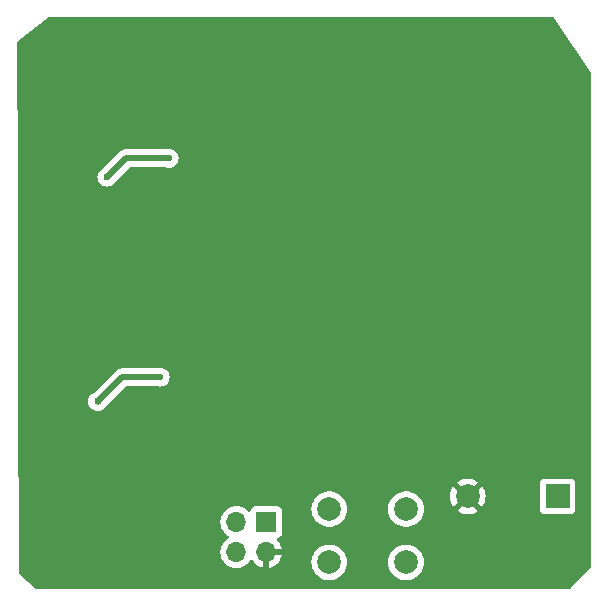
<source format=gbr>
%TF.GenerationSoftware,KiCad,Pcbnew,8.0.1*%
%TF.CreationDate,2024-04-22T22:36:18-04:00*%
%TF.ProjectId,analogBirdSAO,616e616c-6f67-4426-9972-6453414f2e6b,rev?*%
%TF.SameCoordinates,Original*%
%TF.FileFunction,Copper,L2,Bot*%
%TF.FilePolarity,Positive*%
%FSLAX46Y46*%
G04 Gerber Fmt 4.6, Leading zero omitted, Abs format (unit mm)*
G04 Created by KiCad (PCBNEW 8.0.1) date 2024-04-22 22:36:18*
%MOMM*%
%LPD*%
G01*
G04 APERTURE LIST*
%TA.AperFunction,ComponentPad*%
%ADD10R,1.700000X1.700000*%
%TD*%
%TA.AperFunction,ComponentPad*%
%ADD11O,1.700000X1.700000*%
%TD*%
%TA.AperFunction,ComponentPad*%
%ADD12C,2.000000*%
%TD*%
%TA.AperFunction,ComponentPad*%
%ADD13R,2.000000X2.000000*%
%TD*%
%TA.AperFunction,ViaPad*%
%ADD14C,0.600000*%
%TD*%
%TA.AperFunction,Conductor*%
%ADD15C,0.500000*%
%TD*%
G04 APERTURE END LIST*
D10*
%TO.P,J1,1,Pin_1*%
%TO.N,+3.3V*%
X87975000Y-115160000D03*
D11*
%TO.P,J1,2,Pin_2*%
%TO.N,GND*%
X87975000Y-117700000D03*
%TO.P,J1,3,Pin_3*%
%TO.N,unconnected-(J1-Pin_3-Pad3)*%
X85435000Y-115160000D03*
%TO.P,J1,4,Pin_4*%
%TO.N,unconnected-(J1-Pin_4-Pad4)*%
X85435000Y-117700000D03*
%TD*%
D12*
%TO.P,SW1,1,1*%
%TO.N,+3.3V*%
X93300000Y-118575000D03*
X99800000Y-118575000D03*
%TO.P,SW1,2,2*%
%TO.N,Net-(R1-Pad1)*%
X93300000Y-114075000D03*
X99800000Y-114075000D03*
%TD*%
D13*
%TO.P,BZ1,1,+*%
%TO.N,hi_freq*%
X112625000Y-113000000D03*
D12*
%TO.P,BZ1,2,-*%
%TO.N,GND*%
X105025000Y-113000000D03*
%TD*%
D14*
%TO.N,GND*%
X71900000Y-108800000D03*
X72481250Y-89412500D03*
X83475000Y-108950000D03*
X82481250Y-89512500D03*
X99850000Y-96200000D03*
X103375000Y-98650000D03*
%TO.N,Net-(Q1-B)*%
X74481250Y-85962500D03*
X79731250Y-84362500D03*
%TO.N,Net-(Q2-B)*%
X73700000Y-104950000D03*
X78975000Y-102900000D03*
%TD*%
D15*
%TO.N,Net-(Q1-B)*%
X74481250Y-85962500D02*
X74531250Y-85912500D01*
X79731250Y-84362500D02*
X76081250Y-84362500D01*
X76081250Y-84362500D02*
X74481250Y-85962500D01*
%TO.N,Net-(Q2-B)*%
X73725000Y-104950000D02*
X73700000Y-104950000D01*
X73700000Y-104950000D02*
X73700000Y-104975000D01*
X78975000Y-102900000D02*
X75775000Y-102900000D01*
X73700000Y-104975000D02*
X73800000Y-104875000D01*
X75775000Y-102900000D02*
X73725000Y-104950000D01*
%TD*%
%TA.AperFunction,Conductor*%
%TO.N,GND*%
G36*
X112300676Y-72419685D02*
G01*
X112336811Y-72455217D01*
X115479174Y-77168761D01*
X115499982Y-77235460D01*
X115500000Y-77237544D01*
X115500000Y-118850589D01*
X115480315Y-118917628D01*
X115466018Y-118935869D01*
X113736682Y-120761280D01*
X113676286Y-120796410D01*
X113646664Y-120800000D01*
X68448234Y-120800000D01*
X68381195Y-120780315D01*
X68364444Y-120767407D01*
X67211060Y-119710138D01*
X67191676Y-119687514D01*
X67066521Y-119499782D01*
X67020741Y-119431112D01*
X66999934Y-119364415D01*
X66999916Y-119362700D01*
X66996213Y-117700000D01*
X84079341Y-117700000D01*
X84099936Y-117935403D01*
X84099938Y-117935413D01*
X84161094Y-118163655D01*
X84161096Y-118163659D01*
X84161097Y-118163663D01*
X84244155Y-118341781D01*
X84260965Y-118377830D01*
X84260967Y-118377834D01*
X84369281Y-118532521D01*
X84396505Y-118571401D01*
X84563599Y-118738495D01*
X84660384Y-118806265D01*
X84757165Y-118874032D01*
X84757167Y-118874033D01*
X84757170Y-118874035D01*
X84971337Y-118973903D01*
X85199592Y-119035063D01*
X85387918Y-119051539D01*
X85434999Y-119055659D01*
X85435000Y-119055659D01*
X85435001Y-119055659D01*
X85474234Y-119052226D01*
X85670408Y-119035063D01*
X85898663Y-118973903D01*
X86112830Y-118874035D01*
X86306401Y-118738495D01*
X86473495Y-118571401D01*
X86603730Y-118385405D01*
X86658307Y-118341781D01*
X86727805Y-118334587D01*
X86790160Y-118366110D01*
X86806879Y-118385405D01*
X86936890Y-118571078D01*
X87103917Y-118738105D01*
X87297421Y-118873600D01*
X87511507Y-118973429D01*
X87511516Y-118973433D01*
X87725000Y-119030634D01*
X87725000Y-118133012D01*
X87782007Y-118165925D01*
X87909174Y-118200000D01*
X88040826Y-118200000D01*
X88167993Y-118165925D01*
X88225000Y-118133012D01*
X88225000Y-119030633D01*
X88438483Y-118973433D01*
X88438492Y-118973429D01*
X88652578Y-118873600D01*
X88846082Y-118738105D01*
X89009182Y-118575005D01*
X91794357Y-118575005D01*
X91814890Y-118822812D01*
X91814892Y-118822824D01*
X91875936Y-119063881D01*
X91975826Y-119291606D01*
X92111833Y-119499782D01*
X92111836Y-119499785D01*
X92280256Y-119682738D01*
X92476491Y-119835474D01*
X92695190Y-119953828D01*
X92930386Y-120034571D01*
X93175665Y-120075500D01*
X93424335Y-120075500D01*
X93669614Y-120034571D01*
X93904810Y-119953828D01*
X94123509Y-119835474D01*
X94319744Y-119682738D01*
X94488164Y-119499785D01*
X94624173Y-119291607D01*
X94724063Y-119063881D01*
X94785108Y-118822821D01*
X94785109Y-118822812D01*
X94805643Y-118575005D01*
X98294357Y-118575005D01*
X98314890Y-118822812D01*
X98314892Y-118822824D01*
X98375936Y-119063881D01*
X98475826Y-119291606D01*
X98611833Y-119499782D01*
X98611836Y-119499785D01*
X98780256Y-119682738D01*
X98976491Y-119835474D01*
X99195190Y-119953828D01*
X99430386Y-120034571D01*
X99675665Y-120075500D01*
X99924335Y-120075500D01*
X100169614Y-120034571D01*
X100404810Y-119953828D01*
X100623509Y-119835474D01*
X100819744Y-119682738D01*
X100988164Y-119499785D01*
X101124173Y-119291607D01*
X101224063Y-119063881D01*
X101285108Y-118822821D01*
X101285109Y-118822812D01*
X101305643Y-118575005D01*
X101305643Y-118574994D01*
X101285109Y-118327187D01*
X101285107Y-118327175D01*
X101224063Y-118086118D01*
X101124173Y-117858393D01*
X100988166Y-117650217D01*
X100918003Y-117574000D01*
X100819744Y-117467262D01*
X100623509Y-117314526D01*
X100623507Y-117314525D01*
X100623506Y-117314524D01*
X100404811Y-117196172D01*
X100404802Y-117196169D01*
X100169616Y-117115429D01*
X99924335Y-117074500D01*
X99675665Y-117074500D01*
X99430383Y-117115429D01*
X99195197Y-117196169D01*
X99195188Y-117196172D01*
X98976493Y-117314524D01*
X98780257Y-117467261D01*
X98611833Y-117650217D01*
X98475826Y-117858393D01*
X98375936Y-118086118D01*
X98314892Y-118327175D01*
X98314890Y-118327187D01*
X98294357Y-118574994D01*
X98294357Y-118575005D01*
X94805643Y-118575005D01*
X94805643Y-118574994D01*
X94785109Y-118327187D01*
X94785107Y-118327175D01*
X94724063Y-118086118D01*
X94624173Y-117858393D01*
X94488166Y-117650217D01*
X94418003Y-117574000D01*
X94319744Y-117467262D01*
X94123509Y-117314526D01*
X94123507Y-117314525D01*
X94123506Y-117314524D01*
X93904811Y-117196172D01*
X93904802Y-117196169D01*
X93669616Y-117115429D01*
X93424335Y-117074500D01*
X93175665Y-117074500D01*
X92930383Y-117115429D01*
X92695197Y-117196169D01*
X92695188Y-117196172D01*
X92476493Y-117314524D01*
X92280257Y-117467261D01*
X92111833Y-117650217D01*
X91975826Y-117858393D01*
X91875936Y-118086118D01*
X91814892Y-118327175D01*
X91814890Y-118327187D01*
X91794357Y-118574994D01*
X91794357Y-118575005D01*
X89009182Y-118575005D01*
X89013105Y-118571082D01*
X89148600Y-118377578D01*
X89248429Y-118163492D01*
X89248432Y-118163486D01*
X89305636Y-117950000D01*
X88408012Y-117950000D01*
X88440925Y-117892993D01*
X88475000Y-117765826D01*
X88475000Y-117634174D01*
X88440925Y-117507007D01*
X88408012Y-117450000D01*
X89305636Y-117450000D01*
X89305635Y-117449999D01*
X89248432Y-117236513D01*
X89248429Y-117236507D01*
X89148600Y-117022422D01*
X89148599Y-117022420D01*
X89013113Y-116828926D01*
X89013108Y-116828920D01*
X88891053Y-116706865D01*
X88857568Y-116645542D01*
X88862552Y-116575850D01*
X88904424Y-116519917D01*
X88935400Y-116503002D01*
X89067331Y-116453796D01*
X89182546Y-116367546D01*
X89268796Y-116252331D01*
X89319091Y-116117483D01*
X89325500Y-116057873D01*
X89325499Y-114262128D01*
X89319091Y-114202517D01*
X89317810Y-114199083D01*
X89271532Y-114075005D01*
X91794357Y-114075005D01*
X91814890Y-114322812D01*
X91814892Y-114322824D01*
X91875936Y-114563881D01*
X91975826Y-114791606D01*
X92111833Y-114999782D01*
X92111836Y-114999785D01*
X92280256Y-115182738D01*
X92476491Y-115335474D01*
X92695190Y-115453828D01*
X92930386Y-115534571D01*
X93175665Y-115575500D01*
X93424335Y-115575500D01*
X93669614Y-115534571D01*
X93904810Y-115453828D01*
X94123509Y-115335474D01*
X94319744Y-115182738D01*
X94488164Y-114999785D01*
X94624173Y-114791607D01*
X94724063Y-114563881D01*
X94785108Y-114322821D01*
X94787944Y-114288597D01*
X94805643Y-114075005D01*
X98294357Y-114075005D01*
X98314890Y-114322812D01*
X98314892Y-114322824D01*
X98375936Y-114563881D01*
X98475826Y-114791606D01*
X98611833Y-114999782D01*
X98611836Y-114999785D01*
X98780256Y-115182738D01*
X98976491Y-115335474D01*
X99195190Y-115453828D01*
X99430386Y-115534571D01*
X99675665Y-115575500D01*
X99924335Y-115575500D01*
X100169614Y-115534571D01*
X100404810Y-115453828D01*
X100623509Y-115335474D01*
X100819744Y-115182738D01*
X100988164Y-114999785D01*
X101124173Y-114791607D01*
X101224063Y-114563881D01*
X101285108Y-114322821D01*
X101287944Y-114288597D01*
X101305643Y-114075005D01*
X101305643Y-114074994D01*
X101285109Y-113827187D01*
X101285107Y-113827175D01*
X101224063Y-113586118D01*
X101124173Y-113358393D01*
X100988166Y-113150217D01*
X100910478Y-113065826D01*
X100849886Y-113000005D01*
X103519859Y-113000005D01*
X103540385Y-113247729D01*
X103540387Y-113247738D01*
X103601412Y-113488717D01*
X103701266Y-113716364D01*
X103801564Y-113869882D01*
X104542037Y-113129409D01*
X104559075Y-113192993D01*
X104624901Y-113307007D01*
X104717993Y-113400099D01*
X104832007Y-113465925D01*
X104895590Y-113482962D01*
X104154942Y-114223609D01*
X104201768Y-114260055D01*
X104201770Y-114260056D01*
X104420385Y-114378364D01*
X104420396Y-114378369D01*
X104655506Y-114459083D01*
X104900707Y-114500000D01*
X105149293Y-114500000D01*
X105394493Y-114459083D01*
X105629603Y-114378369D01*
X105629614Y-114378364D01*
X105848228Y-114260057D01*
X105848231Y-114260055D01*
X105895056Y-114223609D01*
X105719317Y-114047870D01*
X111124500Y-114047870D01*
X111124501Y-114047876D01*
X111130908Y-114107483D01*
X111181202Y-114242328D01*
X111181206Y-114242335D01*
X111267452Y-114357544D01*
X111267455Y-114357547D01*
X111382664Y-114443793D01*
X111382671Y-114443797D01*
X111517517Y-114494091D01*
X111517516Y-114494091D01*
X111524444Y-114494835D01*
X111577127Y-114500500D01*
X113672872Y-114500499D01*
X113732483Y-114494091D01*
X113867331Y-114443796D01*
X113982546Y-114357546D01*
X114068796Y-114242331D01*
X114119091Y-114107483D01*
X114125500Y-114047873D01*
X114125499Y-111952128D01*
X114119091Y-111892517D01*
X114075778Y-111776390D01*
X114068797Y-111757671D01*
X114068793Y-111757664D01*
X113982547Y-111642455D01*
X113982544Y-111642452D01*
X113867335Y-111556206D01*
X113867328Y-111556202D01*
X113732482Y-111505908D01*
X113732483Y-111505908D01*
X113672883Y-111499501D01*
X113672881Y-111499500D01*
X113672873Y-111499500D01*
X113672864Y-111499500D01*
X111577129Y-111499500D01*
X111577123Y-111499501D01*
X111517516Y-111505908D01*
X111382671Y-111556202D01*
X111382664Y-111556206D01*
X111267455Y-111642452D01*
X111267452Y-111642455D01*
X111181206Y-111757664D01*
X111181202Y-111757671D01*
X111130908Y-111892517D01*
X111124501Y-111952116D01*
X111124501Y-111952123D01*
X111124500Y-111952135D01*
X111124500Y-114047870D01*
X105719317Y-114047870D01*
X105154409Y-113482962D01*
X105217993Y-113465925D01*
X105332007Y-113400099D01*
X105425099Y-113307007D01*
X105490925Y-113192993D01*
X105507962Y-113129410D01*
X106248434Y-113869882D01*
X106348731Y-113716369D01*
X106448587Y-113488717D01*
X106509612Y-113247738D01*
X106509614Y-113247729D01*
X106530141Y-113000005D01*
X106530141Y-112999994D01*
X106509614Y-112752270D01*
X106509612Y-112752261D01*
X106448587Y-112511282D01*
X106348731Y-112283630D01*
X106248434Y-112130116D01*
X105507962Y-112870589D01*
X105490925Y-112807007D01*
X105425099Y-112692993D01*
X105332007Y-112599901D01*
X105217993Y-112534075D01*
X105154410Y-112517037D01*
X105895057Y-111776390D01*
X105895056Y-111776389D01*
X105848229Y-111739943D01*
X105629614Y-111621635D01*
X105629603Y-111621630D01*
X105394493Y-111540916D01*
X105149293Y-111500000D01*
X104900707Y-111500000D01*
X104655506Y-111540916D01*
X104420396Y-111621630D01*
X104420390Y-111621632D01*
X104201761Y-111739949D01*
X104154942Y-111776388D01*
X104154942Y-111776390D01*
X104895590Y-112517037D01*
X104832007Y-112534075D01*
X104717993Y-112599901D01*
X104624901Y-112692993D01*
X104559075Y-112807007D01*
X104542037Y-112870589D01*
X103801564Y-112130116D01*
X103701267Y-112283632D01*
X103601412Y-112511282D01*
X103540387Y-112752261D01*
X103540385Y-112752270D01*
X103519859Y-112999994D01*
X103519859Y-113000005D01*
X100849886Y-113000005D01*
X100819744Y-112967262D01*
X100623509Y-112814526D01*
X100623507Y-112814525D01*
X100623506Y-112814524D01*
X100404811Y-112696172D01*
X100404802Y-112696169D01*
X100169616Y-112615429D01*
X99924335Y-112574500D01*
X99675665Y-112574500D01*
X99430383Y-112615429D01*
X99195197Y-112696169D01*
X99195188Y-112696172D01*
X98976493Y-112814524D01*
X98780257Y-112967261D01*
X98611833Y-113150217D01*
X98475826Y-113358393D01*
X98375936Y-113586118D01*
X98314892Y-113827175D01*
X98314890Y-113827187D01*
X98294357Y-114074994D01*
X98294357Y-114075005D01*
X94805643Y-114075005D01*
X94805643Y-114074994D01*
X94785109Y-113827187D01*
X94785107Y-113827175D01*
X94724063Y-113586118D01*
X94624173Y-113358393D01*
X94488166Y-113150217D01*
X94410478Y-113065826D01*
X94319744Y-112967262D01*
X94123509Y-112814526D01*
X94123507Y-112814525D01*
X94123506Y-112814524D01*
X93904811Y-112696172D01*
X93904802Y-112696169D01*
X93669616Y-112615429D01*
X93424335Y-112574500D01*
X93175665Y-112574500D01*
X92930383Y-112615429D01*
X92695197Y-112696169D01*
X92695188Y-112696172D01*
X92476493Y-112814524D01*
X92280257Y-112967261D01*
X92111833Y-113150217D01*
X91975826Y-113358393D01*
X91875936Y-113586118D01*
X91814892Y-113827175D01*
X91814890Y-113827187D01*
X91794357Y-114074994D01*
X91794357Y-114075005D01*
X89271532Y-114075005D01*
X89268797Y-114067671D01*
X89268793Y-114067664D01*
X89182547Y-113952455D01*
X89182544Y-113952452D01*
X89067335Y-113866206D01*
X89067328Y-113866202D01*
X88932482Y-113815908D01*
X88932483Y-113815908D01*
X88872883Y-113809501D01*
X88872881Y-113809500D01*
X88872873Y-113809500D01*
X88872864Y-113809500D01*
X87077129Y-113809500D01*
X87077123Y-113809501D01*
X87017516Y-113815908D01*
X86882671Y-113866202D01*
X86882664Y-113866206D01*
X86767455Y-113952452D01*
X86767452Y-113952455D01*
X86681206Y-114067664D01*
X86681203Y-114067669D01*
X86632189Y-114199083D01*
X86590317Y-114255016D01*
X86524853Y-114279433D01*
X86456580Y-114264581D01*
X86428326Y-114243430D01*
X86306402Y-114121506D01*
X86306395Y-114121501D01*
X86286375Y-114107483D01*
X86239985Y-114075000D01*
X86112834Y-113985967D01*
X86112830Y-113985965D01*
X86112828Y-113985964D01*
X85898663Y-113886097D01*
X85898659Y-113886096D01*
X85898655Y-113886094D01*
X85670413Y-113824938D01*
X85670403Y-113824936D01*
X85435001Y-113804341D01*
X85434999Y-113804341D01*
X85199596Y-113824936D01*
X85199586Y-113824938D01*
X84971344Y-113886094D01*
X84971335Y-113886098D01*
X84757171Y-113985964D01*
X84757169Y-113985965D01*
X84563597Y-114121505D01*
X84396505Y-114288597D01*
X84260965Y-114482169D01*
X84260964Y-114482171D01*
X84161098Y-114696335D01*
X84161094Y-114696344D01*
X84099938Y-114924586D01*
X84099936Y-114924596D01*
X84079341Y-115159999D01*
X84079341Y-115160000D01*
X84099936Y-115395403D01*
X84099938Y-115395413D01*
X84161094Y-115623655D01*
X84161096Y-115623659D01*
X84161097Y-115623663D01*
X84245499Y-115804663D01*
X84260965Y-115837830D01*
X84260967Y-115837834D01*
X84396501Y-116031395D01*
X84396506Y-116031402D01*
X84563597Y-116198493D01*
X84563603Y-116198498D01*
X84749158Y-116328425D01*
X84792783Y-116383002D01*
X84799977Y-116452500D01*
X84768454Y-116514855D01*
X84749158Y-116531575D01*
X84563597Y-116661505D01*
X84396505Y-116828597D01*
X84260965Y-117022169D01*
X84260964Y-117022171D01*
X84161098Y-117236335D01*
X84161094Y-117236344D01*
X84099938Y-117464586D01*
X84099936Y-117464596D01*
X84079341Y-117699999D01*
X84079341Y-117700000D01*
X66996213Y-117700000D01*
X66967817Y-104950003D01*
X72894435Y-104950003D01*
X72914630Y-105129249D01*
X72914631Y-105129254D01*
X72974211Y-105299523D01*
X72992904Y-105329272D01*
X73070184Y-105452262D01*
X73197738Y-105579816D01*
X73350478Y-105675789D01*
X73520745Y-105735368D01*
X73520750Y-105735369D01*
X73699996Y-105755565D01*
X73700000Y-105755565D01*
X73700004Y-105755565D01*
X73879249Y-105735369D01*
X73879252Y-105735368D01*
X73879255Y-105735368D01*
X74049522Y-105675789D01*
X74202262Y-105579816D01*
X74329816Y-105452262D01*
X74399663Y-105341099D01*
X74416972Y-105319394D01*
X76049549Y-103686819D01*
X76110872Y-103653334D01*
X76137230Y-103650500D01*
X78675028Y-103650500D01*
X78715983Y-103657458D01*
X78795745Y-103685368D01*
X78795750Y-103685369D01*
X78974996Y-103705565D01*
X78975000Y-103705565D01*
X78975004Y-103705565D01*
X79154249Y-103685369D01*
X79154252Y-103685368D01*
X79154255Y-103685368D01*
X79324522Y-103625789D01*
X79477262Y-103529816D01*
X79604816Y-103402262D01*
X79700789Y-103249522D01*
X79760368Y-103079255D01*
X79780565Y-102900000D01*
X79760368Y-102720745D01*
X79700789Y-102550478D01*
X79604816Y-102397738D01*
X79477262Y-102270184D01*
X79473489Y-102267813D01*
X79324523Y-102174211D01*
X79154254Y-102114631D01*
X79154249Y-102114630D01*
X78975004Y-102094435D01*
X78974996Y-102094435D01*
X78795750Y-102114630D01*
X78795745Y-102114631D01*
X78715983Y-102142542D01*
X78675028Y-102149500D01*
X75701080Y-102149500D01*
X75556092Y-102178340D01*
X75556086Y-102178342D01*
X75419508Y-102234914D01*
X75419496Y-102234921D01*
X75370269Y-102267813D01*
X75296588Y-102317044D01*
X75296580Y-102317050D01*
X73430394Y-104183236D01*
X73383671Y-104212595D01*
X73350480Y-104224210D01*
X73350475Y-104224212D01*
X73197737Y-104320184D01*
X73070184Y-104447737D01*
X72974211Y-104600476D01*
X72914631Y-104770745D01*
X72914630Y-104770750D01*
X72894435Y-104949996D01*
X72894435Y-104950003D01*
X66967817Y-104950003D01*
X66925529Y-85962503D01*
X73675685Y-85962503D01*
X73695880Y-86141749D01*
X73695881Y-86141754D01*
X73755461Y-86312023D01*
X73851434Y-86464762D01*
X73978988Y-86592316D01*
X74131728Y-86688289D01*
X74301995Y-86747868D01*
X74302000Y-86747869D01*
X74481246Y-86768065D01*
X74481250Y-86768065D01*
X74481254Y-86768065D01*
X74660499Y-86747869D01*
X74660502Y-86747868D01*
X74660505Y-86747868D01*
X74830772Y-86688289D01*
X74983512Y-86592316D01*
X75111066Y-86464762D01*
X75207039Y-86312022D01*
X75207040Y-86312018D01*
X75210061Y-86305746D01*
X75211905Y-86306634D01*
X75234555Y-86270561D01*
X76355799Y-85149319D01*
X76417122Y-85115834D01*
X76443480Y-85113000D01*
X79431278Y-85113000D01*
X79472233Y-85119958D01*
X79551995Y-85147868D01*
X79552000Y-85147869D01*
X79731246Y-85168065D01*
X79731250Y-85168065D01*
X79731254Y-85168065D01*
X79910499Y-85147869D01*
X79910502Y-85147868D01*
X79910505Y-85147868D01*
X80080772Y-85088289D01*
X80233512Y-84992316D01*
X80361066Y-84864762D01*
X80457039Y-84712022D01*
X80516618Y-84541755D01*
X80536815Y-84362500D01*
X80516618Y-84183245D01*
X80457039Y-84012978D01*
X80361066Y-83860238D01*
X80233512Y-83732684D01*
X80177385Y-83697417D01*
X80080773Y-83636711D01*
X79910504Y-83577131D01*
X79910499Y-83577130D01*
X79731254Y-83556935D01*
X79731246Y-83556935D01*
X79552000Y-83577130D01*
X79551995Y-83577131D01*
X79472233Y-83605042D01*
X79431278Y-83612000D01*
X76007326Y-83612000D01*
X75978492Y-83617734D01*
X75978493Y-83617735D01*
X75862343Y-83640839D01*
X75862333Y-83640842D01*
X75782331Y-83673979D01*
X75782332Y-83673980D01*
X75725752Y-83697417D01*
X75676519Y-83730313D01*
X75602838Y-83779544D01*
X75602830Y-83779550D01*
X74173187Y-85209193D01*
X74137126Y-85231862D01*
X74138006Y-85233688D01*
X74131728Y-85236711D01*
X73978987Y-85332684D01*
X73851434Y-85460237D01*
X73755461Y-85612976D01*
X73695881Y-85783245D01*
X73695880Y-85783250D01*
X73675685Y-85962496D01*
X73675685Y-85962503D01*
X66925529Y-85962503D01*
X66900135Y-74560815D01*
X66919671Y-74493734D01*
X66948002Y-74462664D01*
X69566417Y-72426119D01*
X69631420Y-72400500D01*
X69642546Y-72400000D01*
X112233637Y-72400000D01*
X112300676Y-72419685D01*
G37*
%TD.AperFunction*%
%TD*%
M02*

</source>
